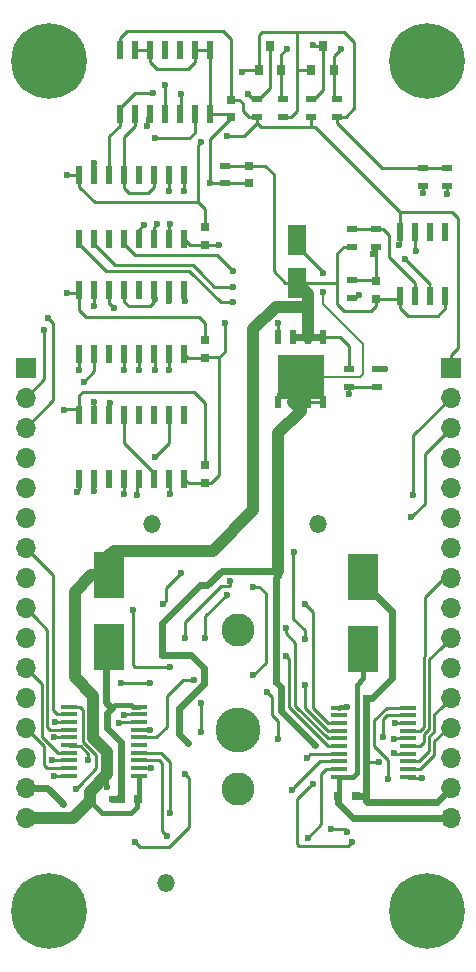
<source format=gtl>
G04 #@! TF.FileFunction,Copper,L1,Top,Signal*
%FSLAX46Y46*%
G04 Gerber Fmt 4.6, Leading zero omitted, Abs format (unit mm)*
G04 Created by KiCad (PCBNEW 4.0.6) date 03/31/18 20:17:10*
%MOMM*%
%LPD*%
G01*
G04 APERTURE LIST*
%ADD10C,0.100000*%
%ADD11R,0.600000X1.500000*%
%ADD12C,6.400000*%
%ADD13R,0.750000X0.800000*%
%ADD14R,0.800000X0.750000*%
%ADD15R,2.500000X4.000000*%
%ADD16R,1.600000X2.600000*%
%ADD17O,1.500000X1.500000*%
%ADD18C,2.800000*%
%ADD19C,3.800000*%
%ADD20R,1.450000X0.450000*%
%ADD21R,0.600000X1.550000*%
%ADD22R,0.800000X0.900000*%
%ADD23R,0.610000X1.020000*%
%ADD24R,0.610000X1.270000*%
%ADD25R,3.910000X3.810000*%
%ADD26R,0.900000X0.500000*%
%ADD27R,1.700000X1.700000*%
%ADD28O,1.700000X1.700000*%
%ADD29C,0.600000*%
%ADD30C,0.250000*%
%ADD31C,1.000000*%
%ADD32C,0.400000*%
%ADD33C,0.630000*%
%ADD34C,0.450000*%
%ADD35C,0.600000*%
%ADD36C,0.200000*%
G04 APERTURE END LIST*
D10*
D11*
X86555000Y-48825000D03*
X87825000Y-48825000D03*
X89095000Y-48825000D03*
X90365000Y-48825000D03*
X91635000Y-48825000D03*
X92905000Y-48825000D03*
X94175000Y-48825000D03*
X95445000Y-48825000D03*
X95445000Y-43425000D03*
X94175000Y-43425000D03*
X92905000Y-43425000D03*
X91635000Y-43425000D03*
X90365000Y-43425000D03*
X89095000Y-43425000D03*
X87825000Y-43425000D03*
X86555000Y-43425000D03*
D12*
X84000000Y-24000000D03*
X116000000Y-24000000D03*
X116000000Y-96000000D03*
D13*
X97200000Y-49150000D03*
X97200000Y-47650000D03*
D14*
X91550000Y-86525000D03*
X90050000Y-86525000D03*
D15*
X110600000Y-73800000D03*
X110600000Y-67700000D03*
D14*
X109950000Y-86250000D03*
X108450000Y-86250000D03*
D13*
X97200000Y-39600000D03*
X97200000Y-38100000D03*
X99400000Y-28800000D03*
X99400000Y-27300000D03*
X97200000Y-59750000D03*
X97200000Y-58250000D03*
D16*
X105000000Y-39200000D03*
X105000000Y-42800000D03*
D13*
X111639708Y-44141646D03*
X111639708Y-42641646D03*
X100900000Y-32900000D03*
X100900000Y-34400000D03*
D17*
X92700000Y-63200000D03*
X106800000Y-63200000D03*
D18*
X100000000Y-72200000D03*
D19*
X100000000Y-80650000D03*
D18*
X100000000Y-85700000D03*
D17*
X93900000Y-93600000D03*
D11*
X86555000Y-39100000D03*
X87825000Y-39100000D03*
X89095000Y-39100000D03*
X90365000Y-39100000D03*
X91635000Y-39100000D03*
X92905000Y-39100000D03*
X94175000Y-39100000D03*
X95445000Y-39100000D03*
X95445000Y-33700000D03*
X94175000Y-33700000D03*
X92905000Y-33700000D03*
X91635000Y-33700000D03*
X90365000Y-33700000D03*
X89095000Y-33700000D03*
X87825000Y-33700000D03*
X86555000Y-33700000D03*
D20*
X85675000Y-78700000D03*
X85675000Y-79350000D03*
X85675000Y-80000000D03*
X85675000Y-80650000D03*
X85675000Y-81300000D03*
X85675000Y-81950000D03*
X85675000Y-82600000D03*
X85675000Y-83250000D03*
X85675000Y-83900000D03*
X85675000Y-84550000D03*
X91575000Y-84550000D03*
X91575000Y-83900000D03*
X91575000Y-83250000D03*
X91575000Y-82600000D03*
X91575000Y-81950000D03*
X91575000Y-81300000D03*
X91575000Y-80650000D03*
X91575000Y-80000000D03*
X91575000Y-79350000D03*
X91575000Y-78700000D03*
X114425000Y-84625000D03*
X114425000Y-83975000D03*
X114425000Y-83325000D03*
X114425000Y-82675000D03*
X114425000Y-82025000D03*
X114425000Y-81375000D03*
X114425000Y-80725000D03*
X114425000Y-80075000D03*
X114425000Y-79425000D03*
X114425000Y-78775000D03*
X108525000Y-78775000D03*
X108525000Y-79425000D03*
X108525000Y-80075000D03*
X108525000Y-80725000D03*
X108525000Y-81375000D03*
X108525000Y-82025000D03*
X108525000Y-82675000D03*
X108525000Y-83325000D03*
X108525000Y-83975000D03*
X108525000Y-84625000D03*
D11*
X89990000Y-28500000D03*
X91260000Y-28500000D03*
X92530000Y-28500000D03*
X93800000Y-28500000D03*
X95070000Y-28500000D03*
X96340000Y-28500000D03*
X97610000Y-28500000D03*
X97610000Y-23100000D03*
X96340000Y-23100000D03*
X95070000Y-23100000D03*
X93800000Y-23100000D03*
X92530000Y-23100000D03*
X91260000Y-23100000D03*
X89990000Y-23100000D03*
X86555000Y-59400000D03*
X87825000Y-59400000D03*
X89095000Y-59400000D03*
X90365000Y-59400000D03*
X91635000Y-59400000D03*
X92905000Y-59400000D03*
X94175000Y-59400000D03*
X95445000Y-59400000D03*
X95445000Y-54000000D03*
X94175000Y-54000000D03*
X92905000Y-54000000D03*
X91635000Y-54000000D03*
X90365000Y-54000000D03*
X89095000Y-54000000D03*
X87825000Y-54000000D03*
X86555000Y-54000000D03*
D21*
X113734708Y-43941646D03*
X115004708Y-43941646D03*
X116274708Y-43941646D03*
X117544708Y-43941646D03*
X117544708Y-38541646D03*
X116274708Y-38541646D03*
X115004708Y-38541646D03*
X113734708Y-38541646D03*
D22*
X101750000Y-24800000D03*
X103650000Y-24800000D03*
X102700000Y-22800000D03*
X106200000Y-24800000D03*
X108100000Y-24800000D03*
X107150000Y-22800000D03*
D23*
X107200000Y-52865000D03*
X105930000Y-52865000D03*
X104660000Y-52865000D03*
X103390000Y-52865000D03*
D24*
X103390000Y-47400000D03*
X104660000Y-47400000D03*
X105930000Y-47400000D03*
X107200000Y-47400000D03*
D25*
X105295000Y-50765000D03*
D26*
X101600000Y-27250000D03*
X101600000Y-28750000D03*
X103800000Y-27250000D03*
X103800000Y-28750000D03*
X106200000Y-27250000D03*
X106200000Y-28750000D03*
X108400000Y-27250000D03*
X108400000Y-28750000D03*
X109639708Y-38241646D03*
X109639708Y-39741646D03*
X111639708Y-39741646D03*
X111639708Y-38241646D03*
X111800000Y-51607029D03*
X111800000Y-50107029D03*
X109639708Y-42591646D03*
X109639708Y-44091646D03*
X109400000Y-50107029D03*
X109400000Y-51607029D03*
X98900000Y-34400000D03*
X98900000Y-32900000D03*
X115685219Y-34573175D03*
X115685219Y-33073175D03*
X117685219Y-34573175D03*
X117685219Y-33073175D03*
D12*
X84000000Y-96000000D03*
D27*
X118000000Y-50000000D03*
D28*
X118000000Y-52540000D03*
X118000000Y-55080000D03*
X118000000Y-57620000D03*
X118000000Y-60160000D03*
X118000000Y-62700000D03*
X118000000Y-65240000D03*
X118000000Y-67780000D03*
X118000000Y-70320000D03*
X118000000Y-72860000D03*
X118000000Y-75400000D03*
X118000000Y-77940000D03*
X118000000Y-80480000D03*
X118000000Y-83020000D03*
X118000000Y-85560000D03*
X118000000Y-88100000D03*
D27*
X82000000Y-50000000D03*
D28*
X82000000Y-52540000D03*
X82000000Y-55080000D03*
X82000000Y-57620000D03*
X82000000Y-60160000D03*
X82000000Y-62700000D03*
X82000000Y-65240000D03*
X82000000Y-67780000D03*
X82000000Y-70320000D03*
X82000000Y-72860000D03*
X82000000Y-75400000D03*
X82000000Y-77940000D03*
X82000000Y-80480000D03*
X82000000Y-83020000D03*
X82000000Y-85560000D03*
X82000000Y-88100000D03*
D15*
X89075000Y-73650000D03*
X89075000Y-67550000D03*
D29*
X98850000Y-46175000D03*
X98400000Y-39600000D03*
X97600000Y-34400000D03*
X99025000Y-30375000D03*
X96875000Y-30925000D03*
X85525000Y-33700000D03*
X85525000Y-43675000D03*
X85300000Y-53600000D03*
X111400000Y-40400000D03*
X113600000Y-39600000D03*
X111900000Y-83400000D03*
X112300000Y-81300000D03*
X88900000Y-85500000D03*
X87275000Y-83175000D03*
X110850000Y-78000000D03*
X109184981Y-78699989D03*
X89325000Y-86525000D03*
X85204449Y-86904449D03*
X107200000Y-43600000D03*
X114100000Y-40800000D03*
X97400000Y-68400000D03*
X106500000Y-81925000D03*
X95725000Y-81750000D03*
X93525000Y-74300000D03*
X103200000Y-76600000D03*
X103400000Y-67200018D03*
X107200000Y-42000000D03*
X87825000Y-60475000D03*
X93975000Y-89625000D03*
X96225000Y-76425000D03*
X105875000Y-89800000D03*
X99575000Y-44475000D03*
X109249957Y-89269741D03*
X107825000Y-89075000D03*
X106300000Y-85220000D03*
X99575000Y-43175000D03*
X109600000Y-90175000D03*
X95460000Y-35030000D03*
X94190000Y-35030000D03*
X94275000Y-37850000D03*
X93125000Y-37850000D03*
X99575002Y-41825000D03*
X104550000Y-85750000D03*
X94160000Y-50220000D03*
X101275000Y-76025000D03*
X101300000Y-68525000D03*
X105800000Y-83000000D03*
X94175000Y-44375000D03*
X114624999Y-62675000D03*
X115675000Y-35175000D03*
X103350000Y-81475000D03*
X102425000Y-77425000D03*
X105700000Y-76850000D03*
X104700000Y-65600000D03*
X105625000Y-72950000D03*
X92050000Y-37875000D03*
X105700000Y-70025000D03*
X104050000Y-74400000D03*
X104050000Y-72050000D03*
X95525000Y-44350000D03*
X90350000Y-50199998D03*
X97225000Y-72875000D03*
X99075000Y-69200000D03*
X86950000Y-51175000D03*
X92600000Y-83900000D03*
X90300000Y-60700000D03*
X92563393Y-80649999D03*
X91475000Y-60775000D03*
X92950000Y-57575000D03*
X90100000Y-76725000D03*
X92550000Y-76725000D03*
X90300000Y-79375000D03*
X86525000Y-50150000D03*
X95150000Y-67400000D03*
X93625000Y-70000000D03*
X94200000Y-87725000D03*
X86400000Y-60525000D03*
X91300000Y-90150000D03*
X95500000Y-84400000D03*
X92975000Y-50200000D03*
X114825000Y-60775000D03*
X117675000Y-35275000D03*
X96825000Y-80825000D03*
X96825000Y-78425000D03*
X94200000Y-60725000D03*
X91075000Y-70525000D03*
X94250000Y-75350000D03*
X91610000Y-50190000D03*
X99350000Y-68075002D03*
X95500000Y-72900000D03*
X89900000Y-80100000D03*
X92810000Y-26730000D03*
X95200000Y-26800000D03*
X100800000Y-26800000D03*
X87820000Y-44790000D03*
X106325000Y-22650000D03*
X87775000Y-32650000D03*
X87825000Y-52925000D03*
X86300000Y-85625000D03*
X115600000Y-84700000D03*
X112674965Y-84855188D03*
X84400000Y-84600000D03*
X92925000Y-44175000D03*
X92925000Y-30550000D03*
X89450000Y-44940000D03*
X92250000Y-29550000D03*
X93800000Y-26075021D03*
X89175000Y-52975000D03*
X115100000Y-40099996D03*
X110200000Y-43800000D03*
X100300000Y-24999994D03*
X83940000Y-45790000D03*
X104100000Y-23000000D03*
X83590000Y-46800000D03*
X108700000Y-23000000D03*
X109400000Y-52200000D03*
X103400000Y-46200000D03*
X112425000Y-50125000D03*
X84500000Y-80000000D03*
X84399992Y-81300000D03*
X84200000Y-83200000D03*
X113200000Y-82600000D03*
X113200000Y-81400000D03*
X113260000Y-80050000D03*
D30*
X98850000Y-46175000D02*
X98850000Y-48625000D01*
X98850000Y-48625000D02*
X98375000Y-49100000D01*
X95750000Y-24725000D02*
X96340000Y-24135000D01*
X96340000Y-24135000D02*
X96340000Y-23100000D01*
X93155000Y-24725000D02*
X95750000Y-24725000D01*
X92530000Y-23100000D02*
X92530000Y-24100000D01*
X92530000Y-24100000D02*
X93155000Y-24725000D01*
X97610000Y-27500000D02*
X97610000Y-23100000D01*
X98375000Y-49100000D02*
X98375000Y-59100000D01*
X98375000Y-59100000D02*
X97725000Y-59750000D01*
X97725000Y-59750000D02*
X97200000Y-59750000D01*
X98375000Y-49100000D02*
X97250000Y-49100000D01*
X97250000Y-49100000D02*
X97200000Y-49150000D01*
X98900000Y-34400000D02*
X97600000Y-34400000D01*
X97600000Y-30625000D02*
X97600000Y-34400000D01*
X97200000Y-39600000D02*
X97825000Y-39600000D01*
X97825000Y-39600000D02*
X98400000Y-39600000D01*
X99400000Y-28800000D02*
X99400000Y-28825000D01*
X99400000Y-28825000D02*
X97600000Y-30625000D01*
X100900000Y-34400000D02*
X98900000Y-34400000D01*
X97200000Y-39600000D02*
X95945000Y-39600000D01*
X95945000Y-39600000D02*
X95445000Y-39100000D01*
X95445000Y-59400000D02*
X95845000Y-59800000D01*
X95845000Y-59800000D02*
X97150000Y-59800000D01*
X97150000Y-59800000D02*
X97200000Y-59750000D01*
X97200000Y-49150000D02*
X95770000Y-49150000D01*
X95770000Y-49150000D02*
X95445000Y-48825000D01*
X97610000Y-28500000D02*
X97610000Y-27500000D01*
X91260000Y-23100000D02*
X92530000Y-23100000D01*
X97610000Y-23100000D02*
X96340000Y-23100000D01*
X97610000Y-28500000D02*
X99100000Y-28500000D01*
X99100000Y-28500000D02*
X99400000Y-28800000D01*
X105850000Y-29600000D02*
X106180000Y-29600000D01*
X106180000Y-29600000D02*
X106500000Y-29600000D01*
X106200000Y-28750000D02*
X106200000Y-29580000D01*
X106200000Y-29580000D02*
X106180000Y-29600000D01*
X113734708Y-36834708D02*
X106600000Y-29700000D01*
X106500000Y-29600000D02*
X106600000Y-29700000D01*
X86555000Y-43425000D02*
X86555000Y-45105000D01*
X86555000Y-45105000D02*
X87140000Y-45690000D01*
X87140000Y-45690000D02*
X96690000Y-45690000D01*
X96690000Y-45690000D02*
X97200000Y-46200000D01*
X97200000Y-46200000D02*
X97200000Y-47650000D01*
X118000000Y-50000000D02*
X118000000Y-48900000D01*
X118000000Y-48900000D02*
X118600000Y-48300000D01*
X118600000Y-48300000D02*
X118600000Y-37300000D01*
X118600000Y-37300000D02*
X118134708Y-36834708D01*
X118134708Y-36834708D02*
X113734708Y-36834708D01*
X89990000Y-23100000D02*
X89990000Y-22100000D01*
X89990000Y-22100000D02*
X90565000Y-21525000D01*
X90565000Y-21525000D02*
X98725000Y-21525000D01*
X98725000Y-21525000D02*
X99400000Y-22200000D01*
X99400000Y-22200000D02*
X99400000Y-27300000D01*
X86850000Y-52050000D02*
X86555000Y-52345000D01*
X86555000Y-52345000D02*
X86555000Y-54000000D01*
X97200000Y-58250000D02*
X97200000Y-53025000D01*
X97200000Y-53025000D02*
X96225000Y-52050000D01*
X96225000Y-52050000D02*
X86850000Y-52050000D01*
X99025000Y-30375000D02*
X100475000Y-30375000D01*
X100475000Y-30375000D02*
X101600000Y-29250000D01*
X101600000Y-29250000D02*
X101600000Y-28750000D01*
X96600000Y-36000000D02*
X96600000Y-31200000D01*
X96600000Y-31200000D02*
X96875000Y-30925000D01*
X86555000Y-33700000D02*
X85525000Y-33700000D01*
X85525000Y-43675000D02*
X86305000Y-43675000D01*
X86305000Y-43675000D02*
X86555000Y-43425000D01*
X86525000Y-53520000D02*
X85380000Y-53520000D01*
X85380000Y-53520000D02*
X85300000Y-53600000D01*
X86555000Y-54000000D02*
X86555000Y-53550000D01*
X86555000Y-53550000D02*
X86525000Y-53520000D01*
X113734708Y-38541646D02*
X113734708Y-36834708D01*
X106200000Y-29300000D02*
X106200000Y-28750000D01*
X96600000Y-36000000D02*
X97200000Y-36600000D01*
X97200000Y-36600000D02*
X97200000Y-38100000D01*
X87855000Y-36000000D02*
X96600000Y-36000000D01*
X86555000Y-33700000D02*
X86555000Y-34700000D01*
X86555000Y-34700000D02*
X87855000Y-36000000D01*
X100400000Y-27600000D02*
X100100000Y-27300000D01*
X100100000Y-27300000D02*
X99400000Y-27300000D01*
X100400000Y-28250000D02*
X100400000Y-27600000D01*
X101600000Y-28750000D02*
X100900000Y-28750000D01*
X100900000Y-28750000D02*
X100400000Y-28250000D01*
X101600000Y-29250000D02*
X101950000Y-29600000D01*
X101950000Y-29600000D02*
X105850000Y-29600000D01*
X111400000Y-40400000D02*
X111400000Y-39981354D01*
X111400000Y-39981354D02*
X111639708Y-39741646D01*
X113734708Y-38541646D02*
X113734708Y-39465292D01*
X113734708Y-39465292D02*
X113600000Y-39600000D01*
X113734708Y-38134708D02*
X113734708Y-38541646D01*
X111639708Y-39741646D02*
X111639708Y-42641646D01*
X109639708Y-42591646D02*
X111589708Y-42591646D01*
X111589708Y-42591646D02*
X111639708Y-42641646D01*
D31*
X88925000Y-84425000D02*
X88925000Y-82511847D01*
X87750011Y-81336858D02*
X87750011Y-77800011D01*
X88925000Y-82511847D02*
X87750011Y-81336858D01*
X87750011Y-77800011D02*
X86150000Y-76200000D01*
X86150000Y-76200000D02*
X86150000Y-68980000D01*
X86150000Y-68980000D02*
X87580000Y-67550000D01*
X87580000Y-67550000D02*
X89075000Y-67550000D01*
D32*
X91425000Y-86875000D02*
X91425000Y-87195000D01*
X91425000Y-87195000D02*
X90920000Y-87700000D01*
X90920000Y-87700000D02*
X88475000Y-87700000D01*
X88475000Y-87700000D02*
X87425000Y-86650000D01*
X87425000Y-86650000D02*
X87425000Y-85925000D01*
D33*
X110850000Y-86300000D02*
X110850000Y-86660000D01*
X110850000Y-85425000D02*
X110850000Y-86300000D01*
X110850000Y-86300000D02*
X110000000Y-86300000D01*
X110000000Y-86300000D02*
X109950000Y-86250000D01*
X116810000Y-86750000D02*
X110940000Y-86750000D01*
X110850000Y-86660000D02*
X110940000Y-86750000D01*
X110600000Y-67700000D02*
X110600000Y-68190000D01*
X111320000Y-78000000D02*
X111270000Y-78000000D01*
X110600000Y-68190000D02*
X113010000Y-70600000D01*
X113010000Y-70600000D02*
X113010000Y-76310000D01*
X113010000Y-76310000D02*
X111320000Y-78000000D01*
X111270000Y-78000000D02*
X110850000Y-78000000D01*
D31*
X89075000Y-67550000D02*
X89075000Y-65885000D01*
X97875000Y-65500000D02*
X101300000Y-62075000D01*
X101300000Y-62075000D02*
X101300000Y-46750000D01*
X89075000Y-65885000D02*
X89460000Y-65500000D01*
X89460000Y-65500000D02*
X97875000Y-65500000D01*
X103200000Y-44850000D02*
X105930000Y-44850000D01*
X101300000Y-46750000D02*
X103200000Y-44850000D01*
D30*
X112300000Y-80875736D02*
X112300000Y-81300000D01*
X114425000Y-79425000D02*
X112575000Y-79425000D01*
X112300000Y-79700000D02*
X112300000Y-80875736D01*
X112575000Y-79425000D02*
X112300000Y-79700000D01*
X111475736Y-83400000D02*
X111900000Y-83400000D01*
X110900000Y-83400000D02*
X111475736Y-83400000D01*
X110850000Y-83450000D02*
X110900000Y-83400000D01*
X88900000Y-85075736D02*
X88900000Y-85500000D01*
X88925000Y-84425000D02*
X88900000Y-84450000D01*
X88900000Y-84450000D02*
X88900000Y-85075736D01*
D33*
X110850000Y-85425000D02*
X110850000Y-83450000D01*
X110850000Y-83450000D02*
X110850000Y-78424264D01*
D31*
X82000000Y-88100000D02*
X86025000Y-88100000D01*
X87425000Y-86700000D02*
X87425000Y-85925000D01*
X86025000Y-88100000D02*
X87425000Y-86700000D01*
D30*
X85675000Y-81950000D02*
X85774999Y-82049999D01*
D31*
X87425000Y-85925000D02*
X88925000Y-84425000D01*
D30*
X85774999Y-82049999D02*
X86660001Y-82049999D01*
X86660001Y-82049999D02*
X87275000Y-82664998D01*
X87275000Y-82664998D02*
X87275000Y-83175000D01*
D33*
X118000000Y-85560000D02*
X116810000Y-86750000D01*
X110850000Y-78424264D02*
X110850000Y-78000000D01*
D34*
X108525000Y-78775000D02*
X108600011Y-78699989D01*
X108600011Y-78699989D02*
X108760717Y-78699989D01*
X108760717Y-78699989D02*
X109184981Y-78699989D01*
X91575000Y-84550000D02*
X91575000Y-86500000D01*
D30*
X91575000Y-86500000D02*
X91550000Y-86525000D01*
X91550000Y-86525000D02*
X91525000Y-86525000D01*
X91525000Y-86525000D02*
X91425000Y-86625000D01*
X91425000Y-86625000D02*
X91425000Y-86875000D01*
D31*
X105930000Y-44850000D02*
X105930000Y-43730000D01*
X105930000Y-47400000D02*
X105930000Y-44850000D01*
D30*
X103950000Y-42800000D02*
X105000000Y-42800000D01*
X103000000Y-33600000D02*
X102300000Y-32900000D01*
X102300000Y-32900000D02*
X100900000Y-32900000D01*
X103000000Y-41850000D02*
X103000000Y-33600000D01*
X103950000Y-42800000D02*
X103000000Y-41850000D01*
X98900000Y-32900000D02*
X100900000Y-32900000D01*
X109400000Y-50107029D02*
X109400000Y-48200000D01*
X109400000Y-48200000D02*
X108600000Y-47400000D01*
X108600000Y-47400000D02*
X107200000Y-47400000D01*
D31*
X105930000Y-43730000D02*
X105000000Y-42800000D01*
D30*
X104660000Y-43140000D02*
X105000000Y-42800000D01*
D35*
X107200000Y-47400000D02*
X105930000Y-47400000D01*
X104660000Y-47400000D02*
X105930000Y-47400000D01*
D30*
X108400000Y-40281354D02*
X108400000Y-42800000D01*
X108400000Y-42800000D02*
X108400000Y-44600000D01*
X105000000Y-42800000D02*
X106050000Y-42800000D01*
X106050000Y-42800000D02*
X108400000Y-42800000D01*
X109639708Y-39741646D02*
X108939708Y-39741646D01*
X108939708Y-39741646D02*
X108400000Y-40281354D01*
X108400000Y-44600000D02*
X109000000Y-45200000D01*
X109000000Y-45200000D02*
X111231354Y-45200000D01*
X111231354Y-45200000D02*
X111639708Y-44791646D01*
X111639708Y-44791646D02*
X111639708Y-44141646D01*
X117544708Y-43941646D02*
X117544708Y-44966646D01*
X117544708Y-44966646D02*
X116911354Y-45600000D01*
X116911354Y-45600000D02*
X114400000Y-45600000D01*
X114400000Y-45600000D02*
X113734708Y-44934708D01*
X113734708Y-44934708D02*
X113734708Y-43941646D01*
X111639708Y-44141646D02*
X113534708Y-44141646D01*
X113534708Y-44141646D02*
X113734708Y-43941646D01*
D35*
X90050000Y-86525000D02*
X90050000Y-81700000D01*
X90050000Y-81700000D02*
X88874998Y-80524998D01*
X88874998Y-80524998D02*
X88874998Y-79225002D01*
X88874998Y-79225002D02*
X89325000Y-78775000D01*
X89325000Y-86525000D02*
X90050000Y-86525000D01*
D34*
X108525000Y-84625000D02*
X109700000Y-84625000D01*
X109700000Y-84625000D02*
X110025000Y-84300000D01*
X110025000Y-84300000D02*
X110025000Y-76825000D01*
X110025000Y-76825000D02*
X110600000Y-76250000D01*
X110600000Y-76250000D02*
X110600000Y-73800000D01*
D35*
X82000000Y-85560000D02*
X83860000Y-85560000D01*
X83860000Y-85560000D02*
X84904450Y-86604450D01*
X84904450Y-86604450D02*
X85204449Y-86904449D01*
D34*
X90900000Y-78525000D02*
X91075000Y-78700000D01*
X91075000Y-78700000D02*
X91575000Y-78700000D01*
X89575000Y-78525000D02*
X90900000Y-78525000D01*
X89325000Y-78775000D02*
X89575000Y-78525000D01*
D35*
X88799998Y-78334002D02*
X88799998Y-74500002D01*
X89240996Y-78775000D02*
X88799998Y-78334002D01*
X89325000Y-78775000D02*
X89240996Y-78775000D01*
X88799998Y-74500002D02*
X88825000Y-74475000D01*
D34*
X108525000Y-84625000D02*
X108525000Y-86175000D01*
D30*
X108525000Y-86175000D02*
X108450000Y-86250000D01*
D35*
X109700000Y-88125000D02*
X108450000Y-86875000D01*
X116797919Y-88100000D02*
X116772919Y-88125000D01*
X118000000Y-88100000D02*
X116797919Y-88100000D01*
X116772919Y-88125000D02*
X109700000Y-88125000D01*
X108450000Y-86875000D02*
X108450000Y-86250000D01*
D36*
X105295000Y-50765000D02*
X105330000Y-50800000D01*
X105330000Y-50800000D02*
X110300000Y-50800000D01*
X110300000Y-50800000D02*
X110600000Y-50500000D01*
X110600000Y-50500000D02*
X110600000Y-48000000D01*
X110600000Y-48000000D02*
X107200000Y-44600000D01*
X107200000Y-44600000D02*
X107200000Y-43600000D01*
D35*
X103200000Y-76600000D02*
X103600000Y-77000000D01*
X106200001Y-81625001D02*
X106500000Y-81925000D01*
X103600000Y-77000000D02*
X103600000Y-79025000D01*
X103600000Y-79025000D02*
X106200001Y-81625001D01*
D30*
X116274708Y-42916646D02*
X114158062Y-40800000D01*
X114158062Y-40800000D02*
X114100000Y-40800000D01*
D35*
X103200000Y-67824282D02*
X103200000Y-76600000D01*
X103400000Y-67624282D02*
X103200000Y-67824282D01*
X103400000Y-67200018D02*
X103400000Y-67624282D01*
X96775000Y-68400000D02*
X93525000Y-71650000D01*
X93525000Y-71650000D02*
X93525000Y-74300000D01*
X97400000Y-68400000D02*
X96775000Y-68400000D01*
D30*
X105930000Y-52865000D02*
X107200000Y-52865000D01*
D35*
X97400000Y-68400000D02*
X98599982Y-67200018D01*
X102975736Y-67200018D02*
X103400000Y-67200018D01*
X98599982Y-67200018D02*
X102975736Y-67200018D01*
X93525000Y-74300000D02*
X93949264Y-74300000D01*
X95975000Y-74325000D02*
X97100000Y-75450000D01*
X93949264Y-74300000D02*
X93974264Y-74325000D01*
X93974264Y-74325000D02*
X95975000Y-74325000D01*
X97100000Y-75450000D02*
X97100000Y-76775000D01*
X97100000Y-76775000D02*
X95025000Y-78850000D01*
X95025000Y-78850000D02*
X95025000Y-81050000D01*
X95025000Y-81050000D02*
X95725000Y-81750000D01*
D31*
X105295000Y-53670000D02*
X105295000Y-53500000D01*
X105295000Y-53500000D02*
X104660000Y-52865000D01*
D30*
X105930000Y-52865000D02*
X104660000Y-52865000D01*
D31*
X105295000Y-53670000D02*
X105295000Y-50765000D01*
X103400000Y-67200018D02*
X103400009Y-67200009D01*
X103400009Y-67200009D02*
X103400009Y-55564991D01*
X103400009Y-55564991D02*
X105295000Y-53670000D01*
D30*
X105000000Y-39200000D02*
X105000000Y-39700000D01*
X105000000Y-39700000D02*
X107200000Y-41900000D01*
X107200000Y-41900000D02*
X107200000Y-42000000D01*
D36*
X116274708Y-43941646D02*
X116274708Y-42916646D01*
D30*
X103390000Y-52105000D02*
X103390000Y-52865000D01*
X87825000Y-59400000D02*
X87825000Y-60475000D01*
X93975000Y-89625000D02*
X93574999Y-89224999D01*
X93574999Y-89224999D02*
X93574999Y-83499999D01*
X93574999Y-83499999D02*
X93325000Y-83250000D01*
X93325000Y-83250000D02*
X91575000Y-83250000D01*
X93950000Y-77825000D02*
X95350000Y-76425000D01*
X95350000Y-76425000D02*
X96225000Y-76425000D01*
X93025000Y-81300000D02*
X93950000Y-80375000D01*
X93950000Y-80375000D02*
X93950000Y-77825000D01*
X91575000Y-81300000D02*
X93025000Y-81300000D01*
X108525000Y-83975000D02*
X107455000Y-83975000D01*
X107455000Y-83975000D02*
X107050000Y-84380000D01*
X107050000Y-88625000D02*
X105875000Y-89800000D01*
X107050000Y-84380000D02*
X107050000Y-88625000D01*
X99150736Y-44475000D02*
X99575000Y-44475000D01*
X95825033Y-41775033D02*
X98525000Y-44475000D01*
X88780033Y-41775033D02*
X95825033Y-41775033D01*
X98525000Y-44475000D02*
X99150736Y-44475000D01*
X86555000Y-39550000D02*
X88780033Y-41775033D01*
X86555000Y-39100000D02*
X86555000Y-39550000D01*
X109055216Y-89075000D02*
X109249957Y-89269741D01*
X107825000Y-89075000D02*
X109055216Y-89075000D01*
X106000001Y-85519999D02*
X106300000Y-85220000D01*
X104980000Y-90310000D02*
X104980000Y-86540000D01*
X105144999Y-90474999D02*
X104980000Y-90310000D01*
X109300001Y-90474999D02*
X105144999Y-90474999D01*
X109600000Y-90175000D02*
X109300001Y-90474999D01*
X104980000Y-86540000D02*
X106000001Y-85519999D01*
X96738590Y-41925000D02*
X97988590Y-43175000D01*
X99150736Y-43175000D02*
X99575000Y-43175000D01*
X97988590Y-43175000D02*
X99150736Y-43175000D01*
X96738590Y-41925000D02*
X96775000Y-41925000D01*
X87825000Y-39550000D02*
X89600022Y-41325022D01*
X89600022Y-41325022D02*
X96138612Y-41325022D01*
X96138612Y-41325022D02*
X96738590Y-41925000D01*
X87825000Y-39100000D02*
X87825000Y-39550000D01*
X95445000Y-35015000D02*
X95460000Y-35030000D01*
X95445000Y-33700000D02*
X95445000Y-35015000D01*
X94175000Y-33700000D02*
X94175000Y-35015000D01*
X94175000Y-35015000D02*
X94190000Y-35030000D01*
X94175000Y-37950000D02*
X94275000Y-37850000D01*
X94175000Y-39100000D02*
X94175000Y-37950000D01*
X92905000Y-38070000D02*
X93125000Y-37850000D01*
X92905000Y-39100000D02*
X92905000Y-38070000D01*
X99275003Y-41525001D02*
X99575002Y-41825000D01*
X91240000Y-40425000D02*
X98175002Y-40425000D01*
X90365000Y-39100000D02*
X90365000Y-39550000D01*
X90365000Y-39550000D02*
X91240000Y-40425000D01*
X98175002Y-40425000D02*
X99275003Y-41525001D01*
X104849999Y-85450001D02*
X104550000Y-85750000D01*
X106975000Y-83325000D02*
X104849999Y-85450001D01*
X108525000Y-83325000D02*
X106975000Y-83325000D01*
X101300000Y-68525000D02*
X101775000Y-68525000D01*
X102325000Y-74965000D02*
X101275000Y-76015000D01*
X101775000Y-68525000D02*
X102325000Y-69075000D01*
X102325000Y-69075000D02*
X102325000Y-74965000D01*
X101275000Y-76015000D02*
X101275000Y-76025000D01*
X94175000Y-50205000D02*
X94160000Y-50220000D01*
X94175000Y-48825000D02*
X94175000Y-50205000D01*
X94125000Y-48875000D02*
X94175000Y-48825000D01*
X108525000Y-82675000D02*
X108520000Y-82680000D01*
X108520000Y-82680000D02*
X106120000Y-82680000D01*
X106120000Y-82680000D02*
X105800000Y-83000000D01*
X94175000Y-43425000D02*
X94175000Y-44375000D01*
X102425000Y-77425000D02*
X102850000Y-77850000D01*
X102850000Y-77850000D02*
X102850000Y-79440000D01*
X102850000Y-79440000D02*
X103350000Y-79940000D01*
X103350000Y-79940000D02*
X103350000Y-81475000D01*
X118000000Y-55080000D02*
X115800000Y-57280000D01*
X115800000Y-57280000D02*
X115800000Y-61499999D01*
X115800000Y-61499999D02*
X114924998Y-62375001D01*
X114924998Y-62375001D02*
X114624999Y-62675000D01*
X115685219Y-34573175D02*
X115685219Y-35164781D01*
X115685219Y-35164781D02*
X115675000Y-35175000D01*
X105700000Y-77274264D02*
X105700000Y-76850000D01*
X108525000Y-80725000D02*
X107587820Y-80725000D01*
X105700000Y-78837180D02*
X105700000Y-77274264D01*
X107587820Y-80725000D02*
X105700000Y-78837180D01*
X105625000Y-72950000D02*
X105625000Y-72195000D01*
X104675000Y-71245000D02*
X104675000Y-65625000D01*
X105625000Y-72195000D02*
X104675000Y-71245000D01*
X104675000Y-65625000D02*
X104700000Y-65600000D01*
X91635000Y-38290000D02*
X92050000Y-37875000D01*
X91635000Y-39100000D02*
X91635000Y-38290000D01*
X106350000Y-70675000D02*
X105999999Y-70324999D01*
X107574230Y-80075000D02*
X106350000Y-78850770D01*
X108525000Y-80075000D02*
X107574230Y-80075000D01*
X106350000Y-78850770D02*
X106350000Y-70675000D01*
X105999999Y-70324999D02*
X105700000Y-70025000D01*
X107615000Y-82025000D02*
X104349999Y-78759999D01*
X104349999Y-74699999D02*
X104050000Y-74400000D01*
X108525000Y-82025000D02*
X107615000Y-82025000D01*
X104349999Y-78759999D02*
X104349999Y-74699999D01*
X104050000Y-72050000D02*
X104050000Y-72474264D01*
X104050000Y-72474264D02*
X104850000Y-73274264D01*
X104850000Y-73274264D02*
X104850000Y-78623590D01*
X104850000Y-78623590D02*
X107601410Y-81375000D01*
X107601410Y-81375000D02*
X108525000Y-81375000D01*
X95525000Y-43505000D02*
X95525000Y-43925736D01*
X95445000Y-43425000D02*
X95525000Y-43505000D01*
X95525000Y-43925736D02*
X95525000Y-44350000D01*
X90365000Y-50184998D02*
X90350000Y-50199998D01*
X90365000Y-48825000D02*
X90365000Y-50184998D01*
X99075000Y-69200000D02*
X97225000Y-71050000D01*
X97225000Y-71050000D02*
X97225000Y-72875000D01*
X86950000Y-51175000D02*
X87825000Y-50300000D01*
X87825000Y-50300000D02*
X87825000Y-48825000D01*
X91575000Y-83900000D02*
X92600000Y-83900000D01*
X90365000Y-59400000D02*
X90365000Y-60635000D01*
X90365000Y-60635000D02*
X90300000Y-60700000D01*
X91575000Y-80650000D02*
X92563392Y-80650000D01*
X92563392Y-80650000D02*
X92563393Y-80649999D01*
X91475000Y-60775000D02*
X91475000Y-59560000D01*
X91475000Y-59560000D02*
X91635000Y-59400000D01*
X93249999Y-57275001D02*
X92950000Y-57575000D01*
X94175000Y-56350000D02*
X93249999Y-57275001D01*
X94175000Y-54000000D02*
X94175000Y-56350000D01*
X92550000Y-76725000D02*
X90100000Y-76725000D01*
X94175000Y-54000000D02*
X94175000Y-54450000D01*
X91575000Y-79350000D02*
X90325000Y-79350000D01*
X90325000Y-79350000D02*
X90300000Y-79375000D01*
X86525000Y-50150000D02*
X86525000Y-48855000D01*
X86525000Y-48855000D02*
X86555000Y-48825000D01*
X93924999Y-68625001D02*
X95150000Y-67400000D01*
X93625000Y-70000000D02*
X93924999Y-69700001D01*
X93924999Y-69700001D02*
X93924999Y-68625001D01*
X94200000Y-87725000D02*
X94200000Y-83350000D01*
X94200000Y-83350000D02*
X93450000Y-82600000D01*
X93450000Y-82600000D02*
X91575000Y-82600000D01*
X86555000Y-59400000D02*
X86555000Y-60370000D01*
X86555000Y-60370000D02*
X86400000Y-60525000D01*
X94150000Y-90550000D02*
X91700000Y-90550000D01*
X91700000Y-90550000D02*
X91300000Y-90150000D01*
X95799999Y-88900001D02*
X94150000Y-90550000D01*
X95500000Y-84400000D02*
X95799999Y-84699999D01*
X95799999Y-84699999D02*
X95799999Y-88900001D01*
X92975000Y-50200000D02*
X92975000Y-48895000D01*
X92975000Y-48895000D02*
X92905000Y-48825000D01*
X92900000Y-48820000D02*
X92905000Y-48825000D01*
X114825000Y-60350736D02*
X114825000Y-60775000D01*
X118000000Y-52540000D02*
X114825000Y-55715000D01*
X114825000Y-55715000D02*
X114825000Y-60350736D01*
X117685219Y-34573175D02*
X117685219Y-35264781D01*
X117685219Y-35264781D02*
X117675000Y-35275000D01*
X96825000Y-78425000D02*
X96825000Y-80825000D01*
X94200000Y-60725000D02*
X94200000Y-59425000D01*
X94200000Y-59425000D02*
X94175000Y-59400000D01*
X91250000Y-75350000D02*
X91075000Y-75175000D01*
X91075000Y-75175000D02*
X91075000Y-70525000D01*
X94250000Y-75350000D02*
X91250000Y-75350000D01*
X91635000Y-50165000D02*
X91610000Y-50190000D01*
X91635000Y-48825000D02*
X91635000Y-50165000D01*
X95500000Y-72900000D02*
X95500000Y-71550000D01*
X95500000Y-71550000D02*
X98550734Y-68499266D01*
X98550734Y-68499266D02*
X99350000Y-68499266D01*
X99350000Y-68499266D02*
X99350000Y-68075002D01*
X91635000Y-48825000D02*
X91650000Y-48810000D01*
X91650000Y-48810000D02*
X91650000Y-48349264D01*
X90000000Y-80000000D02*
X89900000Y-80100000D01*
X91575000Y-80000000D02*
X90000000Y-80000000D01*
X92905000Y-33700000D02*
X92905000Y-34700000D01*
X92905000Y-34700000D02*
X92405000Y-35200000D01*
X92405000Y-35200000D02*
X90800000Y-35200000D01*
X90800000Y-35200000D02*
X90365000Y-34765000D01*
X90365000Y-34765000D02*
X90365000Y-33700000D01*
X90365000Y-33700000D02*
X90365000Y-30435000D01*
X90365000Y-30435000D02*
X91260000Y-29540000D01*
X91260000Y-29540000D02*
X91260000Y-29500000D01*
X91260000Y-29500000D02*
X91260000Y-28500000D01*
X92385736Y-26730000D02*
X92810000Y-26730000D01*
X91310000Y-26730000D02*
X92385736Y-26730000D01*
X89990000Y-28500000D02*
X89990000Y-28050000D01*
X89990000Y-28050000D02*
X91310000Y-26730000D01*
X89990000Y-28500000D02*
X89990000Y-29500000D01*
X89990000Y-29500000D02*
X89095000Y-30395000D01*
X89095000Y-30395000D02*
X89095000Y-32700000D01*
X89095000Y-32700000D02*
X89095000Y-33700000D01*
X95200000Y-26800000D02*
X95200000Y-28370000D01*
X95200000Y-28370000D02*
X95070000Y-28500000D01*
X101600000Y-27250000D02*
X101250000Y-27250000D01*
X101250000Y-27250000D02*
X100800000Y-26800000D01*
X102700000Y-22800000D02*
X102700000Y-26350000D01*
X102700000Y-26350000D02*
X101800000Y-27250000D01*
X101800000Y-27250000D02*
X101600000Y-27250000D01*
X87825000Y-44785000D02*
X87820000Y-44790000D01*
X87825000Y-43425000D02*
X87825000Y-44785000D01*
X107150000Y-22800000D02*
X106475000Y-22800000D01*
X106475000Y-22800000D02*
X106325000Y-22650000D01*
X87775000Y-32650000D02*
X87775000Y-33650000D01*
X87775000Y-33650000D02*
X87825000Y-33700000D01*
X87825000Y-54000000D02*
X87825000Y-52925000D01*
X107150000Y-22600000D02*
X107150000Y-26500000D01*
X107150000Y-26500000D02*
X106400000Y-27250000D01*
X106400000Y-27250000D02*
X106200000Y-27250000D01*
X88000000Y-83925000D02*
X86599999Y-85325001D01*
X86650000Y-78700000D02*
X86900000Y-78950000D01*
X86900000Y-81653587D02*
X88000000Y-82753587D01*
X88000000Y-82753587D02*
X88000000Y-83925000D01*
X86599999Y-85325001D02*
X86300000Y-85625000D01*
X86900000Y-78950000D02*
X86900000Y-81653587D01*
X85675000Y-78700000D02*
X86650000Y-78700000D01*
X115600000Y-84700000D02*
X114500000Y-84700000D01*
X114500000Y-84700000D02*
X114425000Y-84625000D01*
X112674965Y-83199969D02*
X112674965Y-84430924D01*
X111500000Y-82025004D02*
X112674965Y-83199969D01*
X111500000Y-79863589D02*
X111500000Y-82025004D01*
X112588589Y-78775000D02*
X111500000Y-79863589D01*
X114425000Y-78775000D02*
X112588589Y-78775000D01*
X112674965Y-84430924D02*
X112674965Y-84855188D01*
X84400000Y-84600000D02*
X85625000Y-84600000D01*
X85625000Y-84600000D02*
X85675000Y-84550000D01*
X92925000Y-43750736D02*
X92925000Y-44175000D01*
X92925000Y-43445000D02*
X92925000Y-43750736D01*
X92905000Y-43425000D02*
X92925000Y-43445000D01*
X92925000Y-30550000D02*
X95875000Y-30550000D01*
X95875000Y-30550000D02*
X96340000Y-30085000D01*
X96340000Y-30085000D02*
X96340000Y-28500000D01*
X90365000Y-43425000D02*
X90365000Y-44425000D01*
X90365000Y-44425000D02*
X90740000Y-44800000D01*
X90740000Y-44800000D02*
X92530000Y-44800000D01*
X92530000Y-44800000D02*
X92905000Y-44425000D01*
X92905000Y-44425000D02*
X92905000Y-43425000D01*
X89095000Y-44585000D02*
X89150001Y-44640001D01*
X89095000Y-43425000D02*
X89095000Y-44585000D01*
X89150001Y-44640001D02*
X89450000Y-44940000D01*
X92250000Y-29550000D02*
X92250000Y-28780000D01*
X92250000Y-28780000D02*
X92530000Y-28500000D01*
X93800000Y-28500000D02*
X93800000Y-26075021D01*
X89095000Y-54000000D02*
X89095000Y-53055000D01*
X89095000Y-53055000D02*
X89175000Y-52975000D01*
X90365000Y-56410000D02*
X92905000Y-58950000D01*
X92905000Y-58950000D02*
X92905000Y-59400000D01*
X90365000Y-54000000D02*
X90365000Y-56410000D01*
X115004708Y-40004704D02*
X115100000Y-40099996D01*
X115004708Y-38541646D02*
X115004708Y-40004704D01*
X109639708Y-44091646D02*
X109908354Y-44091646D01*
X109908354Y-44091646D02*
X110200000Y-43800000D01*
X105000000Y-25000000D02*
X105010000Y-24990000D01*
X105010000Y-24990000D02*
X105010000Y-24800000D01*
X105010000Y-24800000D02*
X106200000Y-24800000D01*
X101750000Y-24800000D02*
X100499994Y-24800000D01*
X100499994Y-24800000D02*
X100300000Y-24999994D01*
X108400000Y-28750000D02*
X108400000Y-29250000D01*
X108400000Y-29250000D02*
X112223175Y-33073175D01*
X114985219Y-33073175D02*
X115685219Y-33073175D01*
X112223175Y-33073175D02*
X114985219Y-33073175D01*
X117685219Y-33073175D02*
X115685219Y-33073175D01*
X105000000Y-25000000D02*
X105000000Y-21600000D01*
X105000000Y-21600000D02*
X106200000Y-21600000D01*
X103800000Y-28750000D02*
X104500000Y-28750000D01*
X104500000Y-28750000D02*
X105000000Y-28250000D01*
X105000000Y-28250000D02*
X105000000Y-25000000D01*
X109000000Y-21600000D02*
X106200000Y-21600000D01*
X101750000Y-24800000D02*
X101750000Y-21850000D01*
X101750000Y-21850000D02*
X102000000Y-21600000D01*
X102000000Y-21600000D02*
X106200000Y-21600000D01*
X109800000Y-22400000D02*
X109000000Y-21600000D01*
X109800000Y-28050000D02*
X109800000Y-22400000D01*
X108400000Y-28750000D02*
X109100000Y-28750000D01*
X109100000Y-28750000D02*
X109800000Y-28050000D01*
X84350011Y-46200011D02*
X84239999Y-46089999D01*
X84350011Y-52729989D02*
X84350011Y-46200011D01*
X84239999Y-46089999D02*
X83940000Y-45790000D01*
X82000000Y-55080000D02*
X84350011Y-52729989D01*
X103650000Y-24800000D02*
X103650000Y-23450000D01*
X103650000Y-23450000D02*
X104100000Y-23000000D01*
X103650000Y-24800000D02*
X103650000Y-27100000D01*
X103650000Y-27100000D02*
X103800000Y-27250000D01*
X83590000Y-47224264D02*
X83590000Y-46800000D01*
X82000000Y-52540000D02*
X83590000Y-50950000D01*
X83590000Y-50950000D02*
X83590000Y-47224264D01*
X108100000Y-24800000D02*
X108100000Y-23600000D01*
X108100000Y-23600000D02*
X108700000Y-23000000D01*
X108100000Y-24600000D02*
X108100000Y-26950000D01*
X108100000Y-26950000D02*
X108400000Y-27250000D01*
X109400000Y-52200000D02*
X109400000Y-51607029D01*
X103390000Y-47400000D02*
X103390000Y-46210000D01*
X103390000Y-46210000D02*
X103400000Y-46200000D01*
X109400000Y-51607029D02*
X111800000Y-51607029D01*
X111800000Y-50107029D02*
X112407029Y-50107029D01*
X112407029Y-50107029D02*
X112425000Y-50125000D01*
X111639708Y-38241646D02*
X109639708Y-38241646D01*
X115004708Y-43941646D02*
X115004708Y-42804708D01*
X115004708Y-42804708D02*
X112800000Y-40600000D01*
X112800000Y-40600000D02*
X112800000Y-38800000D01*
X112800000Y-38800000D02*
X112241646Y-38241646D01*
X112241646Y-38241646D02*
X111639708Y-38241646D01*
X84300000Y-71983589D02*
X84300000Y-67540000D01*
X84300000Y-67540000D02*
X82849999Y-66089999D01*
X84300022Y-71983611D02*
X84300000Y-71983589D01*
X82849999Y-66089999D02*
X82000000Y-65240000D01*
X84300022Y-78950022D02*
X84300022Y-71983611D01*
X84700000Y-79350000D02*
X84300022Y-78950022D01*
X85675000Y-79350000D02*
X84700000Y-79350000D01*
X85675000Y-80000000D02*
X84500000Y-80000000D01*
X83850011Y-80450011D02*
X83850011Y-72170011D01*
X85675000Y-80650000D02*
X84050000Y-80650000D01*
X84050000Y-80650000D02*
X83850011Y-80450011D01*
X83850011Y-72170011D02*
X82849999Y-71169999D01*
X82849999Y-71169999D02*
X82000000Y-70320000D01*
X85675000Y-81300000D02*
X84399992Y-81300000D01*
X83400000Y-76800000D02*
X82849999Y-76249999D01*
X85675000Y-82600000D02*
X84756410Y-82600000D01*
X83400000Y-81243590D02*
X83400000Y-76800000D01*
X84756410Y-82600000D02*
X83400000Y-81243590D01*
X82849999Y-76249999D02*
X82000000Y-75400000D01*
X84250000Y-83250000D02*
X84200000Y-83200000D01*
X85675000Y-83250000D02*
X84250000Y-83250000D01*
X85675000Y-83900000D02*
X83820000Y-83900000D01*
X83820000Y-83900000D02*
X83570000Y-83650000D01*
X83570000Y-83650000D02*
X83570000Y-82050000D01*
X83570000Y-82050000D02*
X82849999Y-81329999D01*
X82849999Y-81329999D02*
X82000000Y-80480000D01*
X114425000Y-83975000D02*
X115400000Y-83975000D01*
X115400000Y-83975000D02*
X116625000Y-82750000D01*
X117770000Y-80480000D02*
X118000000Y-80480000D01*
X116625000Y-82750000D02*
X116625000Y-81625000D01*
X116625000Y-81625000D02*
X117770000Y-80480000D01*
X114425000Y-83325000D02*
X115275000Y-83325000D01*
X115275000Y-83325000D02*
X116174989Y-82425011D01*
X116625000Y-79315000D02*
X117150001Y-78789999D01*
X116174989Y-82425011D02*
X116174989Y-81222833D01*
X116174989Y-81222833D02*
X116625000Y-80772822D01*
X117150001Y-78789999D02*
X118000000Y-77940000D01*
X116625000Y-80772822D02*
X116625000Y-79315000D01*
X114425000Y-82675000D02*
X113275000Y-82675000D01*
X113275000Y-82675000D02*
X113200000Y-82600000D01*
X115400000Y-82025000D02*
X115724978Y-81700022D01*
X115724978Y-81700022D02*
X115724978Y-81036433D01*
X116174989Y-80586422D02*
X116174989Y-74685011D01*
X114425000Y-82025000D02*
X115400000Y-82025000D01*
X115724978Y-81036433D02*
X116174989Y-80586422D01*
X116174989Y-74685011D02*
X117150001Y-73709999D01*
X117150001Y-73709999D02*
X118000000Y-72860000D01*
X113225000Y-81375000D02*
X113200000Y-81400000D01*
X114425000Y-81375000D02*
X113225000Y-81375000D01*
X114425000Y-80725000D02*
X115400000Y-80725000D01*
X115400000Y-80725000D02*
X115724978Y-80400022D01*
X117470000Y-67780000D02*
X118000000Y-67780000D01*
X115724978Y-80400022D02*
X115724978Y-74498611D01*
X115724978Y-74498611D02*
X115800000Y-74423589D01*
X115800000Y-74423589D02*
X115800000Y-69450000D01*
X115800000Y-69450000D02*
X117470000Y-67780000D01*
X114425000Y-80075000D02*
X113285000Y-80075000D01*
X113285000Y-80075000D02*
X113260000Y-80050000D01*
M02*

</source>
